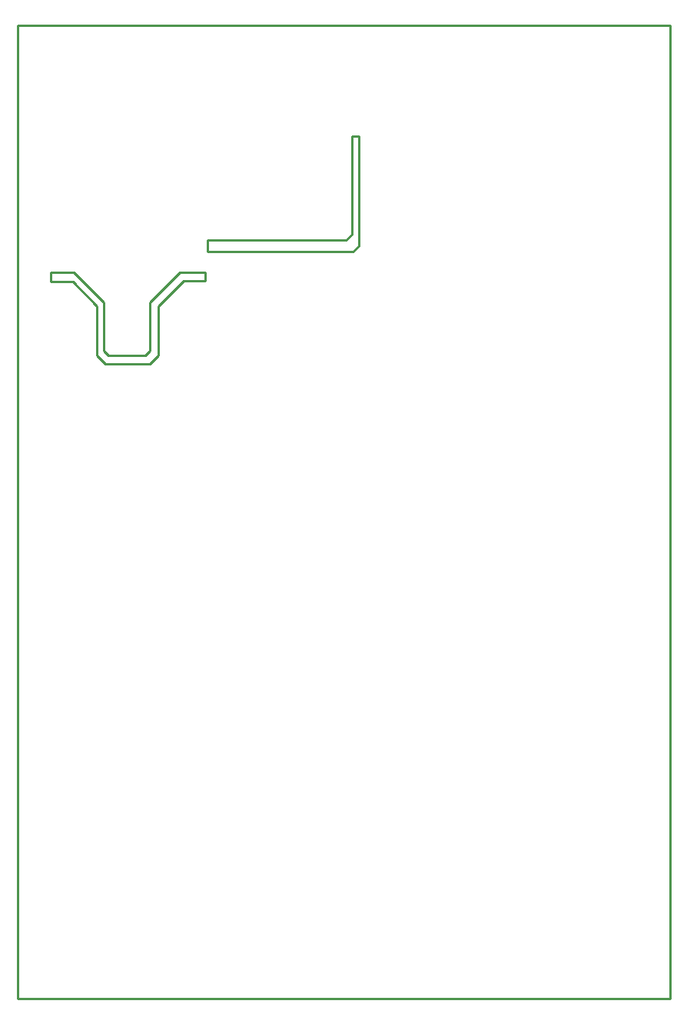
<source format=gko>
G04 Layer_Color=16720538*
%FSLAX44Y44*%
%MOMM*%
G71*
G01*
G75*
%ADD40C,0.2500*%
D40*
X285750Y1037590D02*
X285750Y1047750D01*
X311150Y1047750D01*
X344170Y1014730D01*
X344170Y961390D01*
X349250Y956310D01*
X389890Y956310D01*
X394970Y961390D01*
Y1014730D01*
X427990Y1047750D01*
X455930Y1047750D01*
X455930Y1038860D02*
X455930Y1047750D01*
X431800Y1038860D02*
X455930Y1038860D01*
X403860Y1010920D02*
X431800Y1038860D01*
X403860Y956310D02*
Y1010920D01*
X394970Y947420D02*
X403860Y956310D01*
X345440Y947420D02*
X394970D01*
X336550Y956310D02*
X345440Y947420D01*
X336550Y956310D02*
X336550Y1010920D01*
X309880Y1037590D02*
X336550Y1010920D01*
X285750Y1037590D02*
X309880Y1037590D01*
X458470Y1070610D02*
Y1083310D01*
Y1070610D02*
X618490D01*
X624840Y1076960D01*
X624840Y1197610D02*
X624840Y1076960D01*
X617220Y1197610D02*
X624840Y1197610D01*
X617220Y1197610D02*
X617220Y1089660D01*
X610870Y1083310D02*
X617220Y1089660D01*
X458470Y1083310D02*
X610870Y1083310D01*
X248920Y248920D02*
Y1319530D01*
X967740D01*
Y248920D02*
Y1319530D01*
X248920Y248920D02*
X967740D01*
M02*

</source>
